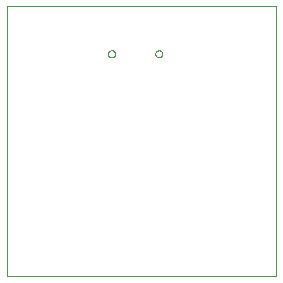
<source format=gbp>
G75*
%MOIN*%
%OFA0B0*%
%FSLAX25Y25*%
%IPPOS*%
%LPD*%
%AMOC8*
5,1,8,0,0,1.08239X$1,22.5*
%
%ADD10C,0.00000*%
D10*
X0007800Y0008726D02*
X0007800Y0098727D01*
X0097681Y0098727D01*
X0097681Y0008726D01*
X0007800Y0008726D01*
X0041555Y0082861D02*
X0041557Y0082930D01*
X0041563Y0082998D01*
X0041573Y0083066D01*
X0041587Y0083133D01*
X0041605Y0083200D01*
X0041626Y0083265D01*
X0041652Y0083329D01*
X0041681Y0083391D01*
X0041713Y0083451D01*
X0041749Y0083510D01*
X0041789Y0083566D01*
X0041831Y0083620D01*
X0041877Y0083671D01*
X0041926Y0083720D01*
X0041977Y0083766D01*
X0042031Y0083808D01*
X0042087Y0083848D01*
X0042145Y0083884D01*
X0042206Y0083916D01*
X0042268Y0083945D01*
X0042332Y0083971D01*
X0042397Y0083992D01*
X0042464Y0084010D01*
X0042531Y0084024D01*
X0042599Y0084034D01*
X0042667Y0084040D01*
X0042736Y0084042D01*
X0042805Y0084040D01*
X0042873Y0084034D01*
X0042941Y0084024D01*
X0043008Y0084010D01*
X0043075Y0083992D01*
X0043140Y0083971D01*
X0043204Y0083945D01*
X0043266Y0083916D01*
X0043326Y0083884D01*
X0043385Y0083848D01*
X0043441Y0083808D01*
X0043495Y0083766D01*
X0043546Y0083720D01*
X0043595Y0083671D01*
X0043641Y0083620D01*
X0043683Y0083566D01*
X0043723Y0083510D01*
X0043759Y0083451D01*
X0043791Y0083391D01*
X0043820Y0083329D01*
X0043846Y0083265D01*
X0043867Y0083200D01*
X0043885Y0083133D01*
X0043899Y0083066D01*
X0043909Y0082998D01*
X0043915Y0082930D01*
X0043917Y0082861D01*
X0043915Y0082792D01*
X0043909Y0082724D01*
X0043899Y0082656D01*
X0043885Y0082589D01*
X0043867Y0082522D01*
X0043846Y0082457D01*
X0043820Y0082393D01*
X0043791Y0082331D01*
X0043759Y0082270D01*
X0043723Y0082212D01*
X0043683Y0082156D01*
X0043641Y0082102D01*
X0043595Y0082051D01*
X0043546Y0082002D01*
X0043495Y0081956D01*
X0043441Y0081914D01*
X0043385Y0081874D01*
X0043327Y0081838D01*
X0043266Y0081806D01*
X0043204Y0081777D01*
X0043140Y0081751D01*
X0043075Y0081730D01*
X0043008Y0081712D01*
X0042941Y0081698D01*
X0042873Y0081688D01*
X0042805Y0081682D01*
X0042736Y0081680D01*
X0042667Y0081682D01*
X0042599Y0081688D01*
X0042531Y0081698D01*
X0042464Y0081712D01*
X0042397Y0081730D01*
X0042332Y0081751D01*
X0042268Y0081777D01*
X0042206Y0081806D01*
X0042145Y0081838D01*
X0042087Y0081874D01*
X0042031Y0081914D01*
X0041977Y0081956D01*
X0041926Y0082002D01*
X0041877Y0082051D01*
X0041831Y0082102D01*
X0041789Y0082156D01*
X0041749Y0082212D01*
X0041713Y0082270D01*
X0041681Y0082331D01*
X0041652Y0082393D01*
X0041626Y0082457D01*
X0041605Y0082522D01*
X0041587Y0082589D01*
X0041573Y0082656D01*
X0041563Y0082724D01*
X0041557Y0082792D01*
X0041555Y0082861D01*
X0057303Y0082861D02*
X0057305Y0082930D01*
X0057311Y0082998D01*
X0057321Y0083066D01*
X0057335Y0083133D01*
X0057353Y0083200D01*
X0057374Y0083265D01*
X0057400Y0083329D01*
X0057429Y0083391D01*
X0057461Y0083451D01*
X0057497Y0083510D01*
X0057537Y0083566D01*
X0057579Y0083620D01*
X0057625Y0083671D01*
X0057674Y0083720D01*
X0057725Y0083766D01*
X0057779Y0083808D01*
X0057835Y0083848D01*
X0057893Y0083884D01*
X0057954Y0083916D01*
X0058016Y0083945D01*
X0058080Y0083971D01*
X0058145Y0083992D01*
X0058212Y0084010D01*
X0058279Y0084024D01*
X0058347Y0084034D01*
X0058415Y0084040D01*
X0058484Y0084042D01*
X0058553Y0084040D01*
X0058621Y0084034D01*
X0058689Y0084024D01*
X0058756Y0084010D01*
X0058823Y0083992D01*
X0058888Y0083971D01*
X0058952Y0083945D01*
X0059014Y0083916D01*
X0059074Y0083884D01*
X0059133Y0083848D01*
X0059189Y0083808D01*
X0059243Y0083766D01*
X0059294Y0083720D01*
X0059343Y0083671D01*
X0059389Y0083620D01*
X0059431Y0083566D01*
X0059471Y0083510D01*
X0059507Y0083451D01*
X0059539Y0083391D01*
X0059568Y0083329D01*
X0059594Y0083265D01*
X0059615Y0083200D01*
X0059633Y0083133D01*
X0059647Y0083066D01*
X0059657Y0082998D01*
X0059663Y0082930D01*
X0059665Y0082861D01*
X0059663Y0082792D01*
X0059657Y0082724D01*
X0059647Y0082656D01*
X0059633Y0082589D01*
X0059615Y0082522D01*
X0059594Y0082457D01*
X0059568Y0082393D01*
X0059539Y0082331D01*
X0059507Y0082270D01*
X0059471Y0082212D01*
X0059431Y0082156D01*
X0059389Y0082102D01*
X0059343Y0082051D01*
X0059294Y0082002D01*
X0059243Y0081956D01*
X0059189Y0081914D01*
X0059133Y0081874D01*
X0059075Y0081838D01*
X0059014Y0081806D01*
X0058952Y0081777D01*
X0058888Y0081751D01*
X0058823Y0081730D01*
X0058756Y0081712D01*
X0058689Y0081698D01*
X0058621Y0081688D01*
X0058553Y0081682D01*
X0058484Y0081680D01*
X0058415Y0081682D01*
X0058347Y0081688D01*
X0058279Y0081698D01*
X0058212Y0081712D01*
X0058145Y0081730D01*
X0058080Y0081751D01*
X0058016Y0081777D01*
X0057954Y0081806D01*
X0057893Y0081838D01*
X0057835Y0081874D01*
X0057779Y0081914D01*
X0057725Y0081956D01*
X0057674Y0082002D01*
X0057625Y0082051D01*
X0057579Y0082102D01*
X0057537Y0082156D01*
X0057497Y0082212D01*
X0057461Y0082270D01*
X0057429Y0082331D01*
X0057400Y0082393D01*
X0057374Y0082457D01*
X0057353Y0082522D01*
X0057335Y0082589D01*
X0057321Y0082656D01*
X0057311Y0082724D01*
X0057305Y0082792D01*
X0057303Y0082861D01*
M02*

</source>
